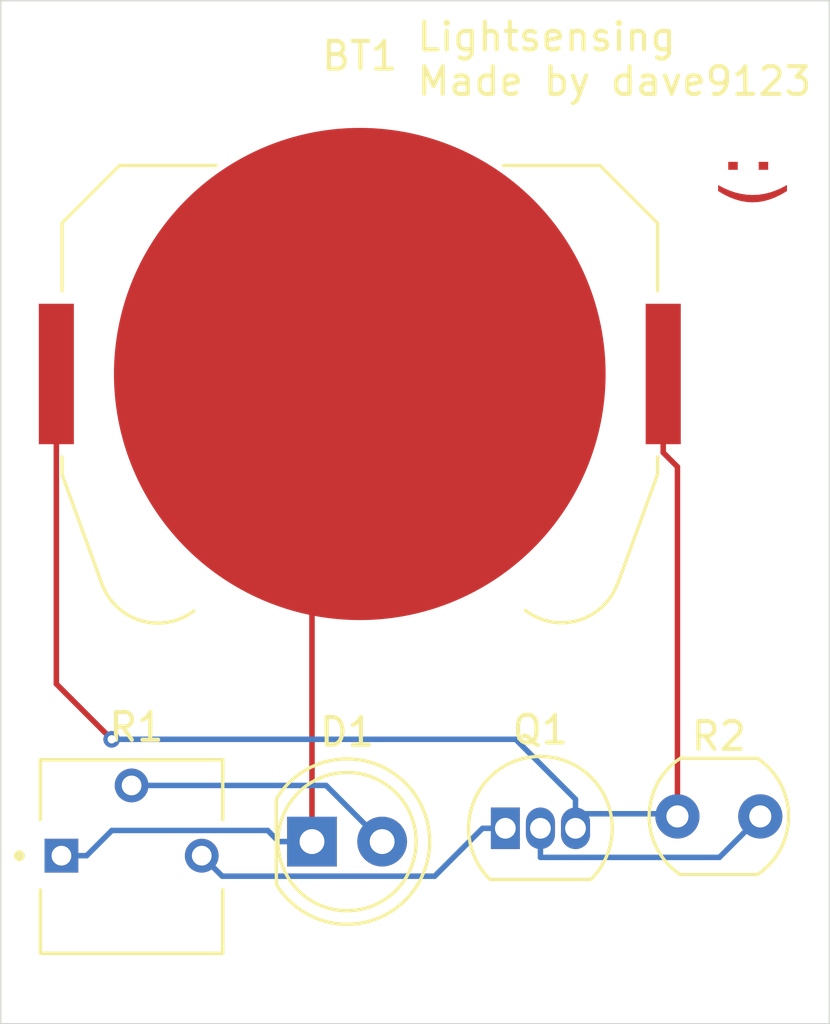
<source format=kicad_pcb>
(kicad_pcb (version 20241229) (generator "pcbnew") (generator_version "9.0")
  (layers (0 "F.Cu" signal) (2 "B.Cu" signal) (13 "F.Paste" user) (15 "B.Paste" user) (5 "F.SilkS" user "F.Silkscreen") (7 "B.SilkS" user "B.Silkscreen") (1 "F.Mask" user) (3 "B.Mask" user) (25 "Edge.Cuts" user))
  (net 0 "")
  (net 1 "Net-(BT1-+)")
  (net 2 "Net-(BT1--)")
  (net 3 "Net-(D1-A)")
  (net 4 "Net-(Q1-C)")
  (net 5 "Net-(Q1-B)")
  (footprint "LED_THT:LED_D5.0mm_Clear" (layer "F.Cu") (at 101.27 65.91)
    (property "Reference" "D1" (at 1.27 -3.96 0) (layer "F.SilkS"))
    (property "Value" "LED")
    (fp_line (start -1.29 -1.545) (end -1.29 1.545) (stroke (width 0.12)) (layer "F.SilkS"))
    (fp_arc (start -1.29 -1.54483) (mid 2.071756 -2.880501) (end 4.26 -0.000048) (stroke (width 0.12)) (layer "F.SilkS"))
    (fp_arc (start 4.26 0.000048) (mid 2.071756 2.880501) (end -1.29 1.54483) (stroke (width 0.12)) (layer "F.SilkS"))
    (fp_circle (center 1.27 0) (end 3.77 0) (stroke (width 0.12)) (fill no) (layer "F.SilkS"))
    (pad "1" thru_hole rect (at 0 0) (size 1.8 1.8) (drill 0.9) (layers "*.Cu" "*.Mask") (net 2 "Net-(BT1--)"))
    (pad "2" thru_hole circle (at 2.54 0) (size 1.8 1.8) (drill 0.9) (layers "*.Cu" "*.Mask") (net 3 "Net-(D1-A)"))
  )
  (footprint "OptoDevice:R_LDR_5.0x4.1mm_P3mm_Vertical" (layer "F.Cu") (at 114.5 65)
    (property "Reference" "R2" (at 1.5 -2.9 0) (layer "F.SilkS"))
    (property "Value" "R_Photo")
    (fp_line (start 0.1 -2.1) (end 2.9 -2.1) (stroke (width 0.12)) (layer "F.SilkS"))
    (fp_line (start 0.1 2.1) (end 2.9 2.1) (stroke (width 0.12)) (layer "F.SilkS"))
    (fp_arc (start 0.1 2.1) (mid -1.023872 -0.008372) (end 0.113963 -2.109242) (stroke (width 0.12)) (layer "F.SilkS"))
    (fp_arc (start 2.9 -2.1) (mid 4.023872 0.008372) (end 2.886037 2.109242) (stroke (width 0.12)) (layer "F.SilkS"))
    (pad "1" thru_hole circle (at 0 0) (size 1.6 1.6) (drill 0.8) (layers "*.Cu" "*.Mask") (net 1 "Net-(BT1-+)"))
    (pad "2" thru_hole circle (at 3 0) (size 1.6 1.6) (drill 0.8) (layers "*.Cu" "*.Mask") (net 5 "Net-(Q1-B)"))
  )
  (footprint "Battery:BatteryHolder_Keystone_3034_1x20mm" (layer "F.Cu") (at 103 49)
    (property "Reference" "BT1" (at 0 -11.5 0) (layer "F.SilkS"))
    (property "Value" "Battery")
    (fp_line (start -10.78 -5.46) (end -10.78 -3) (stroke (width 0.12)) (layer "F.SilkS"))
    (fp_line (start -10.78 3) (end -10.78 3.63) (stroke (width 0.12)) (layer "F.SilkS"))
    (fp_line (start -10.78 3.63) (end -9.34 7.58) (stroke (width 0.12)) (layer "F.SilkS"))
    (fp_line (start -8.7 -7.54) (end -10.78 -5.46) (stroke (width 0.12)) (layer "F.SilkS"))
    (fp_line (start -5.2 -7.54) (end -8.7 -7.54) (stroke (width 0.12)) (layer "F.SilkS"))
    (fp_line (start 8.7 -7.54) (end 5.2 -7.54) (stroke (width 0.12)) (layer "F.SilkS"))
    (fp_line (start 8.7 -7.54) (end 10.78 -5.46) (stroke (width 0.12)) (layer "F.SilkS"))
    (fp_line (start 10.78 -5.46) (end 10.78 -3) (stroke (width 0.12)) (layer "F.SilkS"))
    (fp_line (start 10.78 3) (end 10.78 3.63) (stroke (width 0.12)) (layer "F.SilkS"))
    (fp_line (start 10.78 3.63) (end 9.34 7.58) (stroke (width 0.12)) (layer "F.SilkS"))
    (fp_arc (start -6.003354 8.56653) (mid -7.921654 8.918738) (end -9.34 7.58) (stroke (width 0.12)) (layer "F.SilkS"))
    (fp_arc (start 9.325243 7.588169) (mid 7.90634 8.911668) (end 6 8.55) (stroke (width 0.12)) (layer "F.SilkS"))
    (pad "1" smd rect (at -10.985 0) (size 1.27 5.08) (layers "F.Cu" "F.Mask" "F.Paste") (net 1 "Net-(BT1-+)"))
    (pad "1" smd rect (at 10.985 0) (size 1.27 5.08) (layers "F.Cu" "F.Mask" "F.Paste") (net 1 "Net-(BT1-+)"))
    (pad "2" smd circle (at 0 0) (size 17.8 17.8) (layers "F.Cu" "F.Mask") (net 2 "Net-(BT1--)"))
  )
  (footprint "pcb:TRIM_3362P-1-103" (layer "F.Cu") (at 94.739 66.42)
    (property "Reference" "R1" (at 0.17547 -4.64779 0) (layer "F.SilkS") (effects (font (size 1.002756 1.002756))))
    (property "Value" "potentiometer")
    (fp_line (start -3.3 -3.47) (end 3.3 -3.47) (stroke (width 0.127)) (layer "F.SilkS"))
    (fp_line (start -3.3 -1.305) (end -3.3 -3.47) (stroke (width 0.127)) (layer "F.SilkS"))
    (fp_line (start -3.3 3.52) (end -3.3 1.235) (stroke (width 0.127)) (layer "F.SilkS"))
    (fp_line (start 3.3 -3.47) (end 3.3 -1.305) (stroke (width 0.127)) (layer "F.SilkS"))
    (fp_line (start 3.3 1.235) (end 3.3 3.52) (stroke (width 0.127)) (layer "F.SilkS"))
    (fp_line (start 3.3 3.53) (end -3.3 3.53) (stroke (width 0.127)) (layer "F.SilkS"))
    (fp_circle (center -4.064 0) (end -3.964 0) (stroke (width 0.2)) (fill no) (layer "F.SilkS"))
    (pad "1" thru_hole rect (at -2.54 0) (size 1.222 1.222) (drill 0.714) (layers "*.Cu" "*.Mask") (net 2 "Net-(BT1--)"))
    (pad "2" thru_hole circle (at 0 -2.54) (size 1.222 1.222) (drill 0.714) (layers "*.Cu" "*.Mask") (net 3 "Net-(D1-A)"))
    (pad "3" thru_hole circle (at 2.54 0) (size 1.222 1.222) (drill 0.714) (layers "*.Cu" "*.Mask") (net 4 "Net-(Q1-C)"))
  )
  (footprint "Package_TO_SOT_THT:TO-92_Inline" (layer "F.Cu") (at 108.27 65.43)
    (property "Reference" "Q1" (at 1.27 -3.56 0) (layer "F.SilkS"))
    (property "Value" "PNP")
    (fp_line (start -0.53 1.85) (end 3.07 1.85) (stroke (width 0.12)) (layer "F.SilkS"))
    (fp_arc (start -0.568478 1.838478) (mid -1.132087 -0.994977) (end 1.27 -2.6) (stroke (width 0.12)) (layer "F.SilkS"))
    (fp_arc (start 1.27 -2.6) (mid 3.672087 -0.994977) (end 3.108478 1.838478) (stroke (width 0.12)) (layer "F.SilkS"))
    (pad "1" thru_hole rect (at 0 0) (size 1.05 1.5) (drill 0.75) (layers "*.Cu" "*.Mask") (net 4 "Net-(Q1-C)"))
    (pad "2" thru_hole oval (at 1.27 0) (size 1.05 1.5) (drill 0.75) (layers "*.Cu" "*.Mask") (net 5 "Net-(Q1-B)"))
    (pad "3" thru_hole oval (at 2.54 0) (size 1.05 1.5) (drill 0.75) (layers "*.Cu" "*.Mask") (net 1 "Net-(BT1-+)"))
  )
  (gr_rect (start 90 35.5) (end 120 72.5) (stroke (width 0.05)) (fill no) (layer "Edge.Cuts"))
  (gr_text ":)" (at 116 41 270) (layer "F.Cu") (effects (font (size 2 2)) (justify left bottom)))
  (gr_text "Lightsensing\nMade by dave9123" (at 105 39 0) (layer "F.SilkS") (effects (font (size 1 1)) (justify left bottom)))
  (segment (start 92.015 60.208) (end 94.0183 62.2113) (width 0.2) (layer "F.Cu") (net 1))
  (segment (start 92.015 49) (end 92.015 60.208) (width 0.2) (layer "F.Cu") (net 1))
  (segment (start 114.5 52.3567) (end 113.985 51.8417) (width 0.2) (layer "F.Cu") (net 1))
  (segment (start 113.985 49) (end 113.985 51.8417) (width 0.2) (layer "F.Cu") (net 1))
  (segment (start 114.5 65) (end 114.5 52.3567) (width 0.2) (layer "F.Cu") (net 1))
  (via (at 94.0183 62.2113) (size 0.6) (drill 0.3) (layers "F.Cu" "B.Cu") (net 1))
  (segment (start 110.81 64.9041) (end 110.81 64.3783) (width 0.2) (layer "B.Cu") (net 1))
  (segment (start 110.81 64.9041) (end 114.4041 64.9041) (width 0.2) (layer "B.Cu") (net 1))
  (segment (start 114.4041 64.9041) (end 114.5 65) (width 0.2) (layer "B.Cu") (net 1))
  (segment (start 94.0183 62.2113) (end 108.643 62.2113) (width 0.2) (layer "B.Cu") (net 1))
  (segment (start 110.81 65.43) (end 110.81 64.9041) (width 0.2) (layer "B.Cu") (net 1))
  (segment (start 108.643 62.2113) (end 110.81 64.3783) (width 0.2) (layer "B.Cu") (net 1))
  (segment (start 101.27 65.91) (end 101.27 50.73) (width 0.2) (layer "F.Cu") (net 2))
  (segment (start 101.27 50.73) (end 103 49) (width 0.2) (layer "F.Cu") (net 2))
  (segment (start 92.199 66.42) (end 93.1117 66.42) (width 0.2) (layer "B.Cu") (net 2))
  (segment (start 99.6656 65.5073) (end 94.0244 65.5073) (width 0.2) (layer "B.Cu") (net 2))
  (segment (start 94.0244 65.5073) (end 93.1117 66.42) (width 0.2) (layer "B.Cu") (net 2))
  (segment (start 101.27 65.91) (end 100.0683 65.91) (width 0.2) (layer "B.Cu") (net 2))
  (segment (start 100.0683 65.91) (end 99.6656 65.5073) (width 0.2) (layer "B.Cu") (net 2))
  (segment (start 94.739 63.88) (end 101.78 63.88) (width 0.2) (layer "B.Cu") (net 3))
  (segment (start 101.78 63.88) (end 103.81 65.91) (width 0.2) (layer "B.Cu") (net 3))
  (segment (start 105.7112 67.1621) (end 107.4433 65.43) (width 0.2) (layer "B.Cu") (net 4))
  (segment (start 108.27 65.43) (end 107.4433 65.43) (width 0.2) (layer "B.Cu") (net 4))
  (segment (start 98.0211 67.1621) (end 105.7112 67.1621) (width 0.2) (layer "B.Cu") (net 4))
  (segment (start 97.279 66.42) (end 98.0211 67.1621) (width 0.2) (layer "B.Cu") (net 4))
  (segment (start 117.5 65) (end 116.0183 66.4817) (width 0.2) (layer "B.Cu") (net 5))
  (segment (start 116.0183 66.4817) (end 109.54 66.4817) (width 0.2) (layer "B.Cu") (net 5))
  (segment (start 109.54 65.43) (end 109.54 66.4817) (width 0.2) (layer "B.Cu") (net 5))
)
</source>
